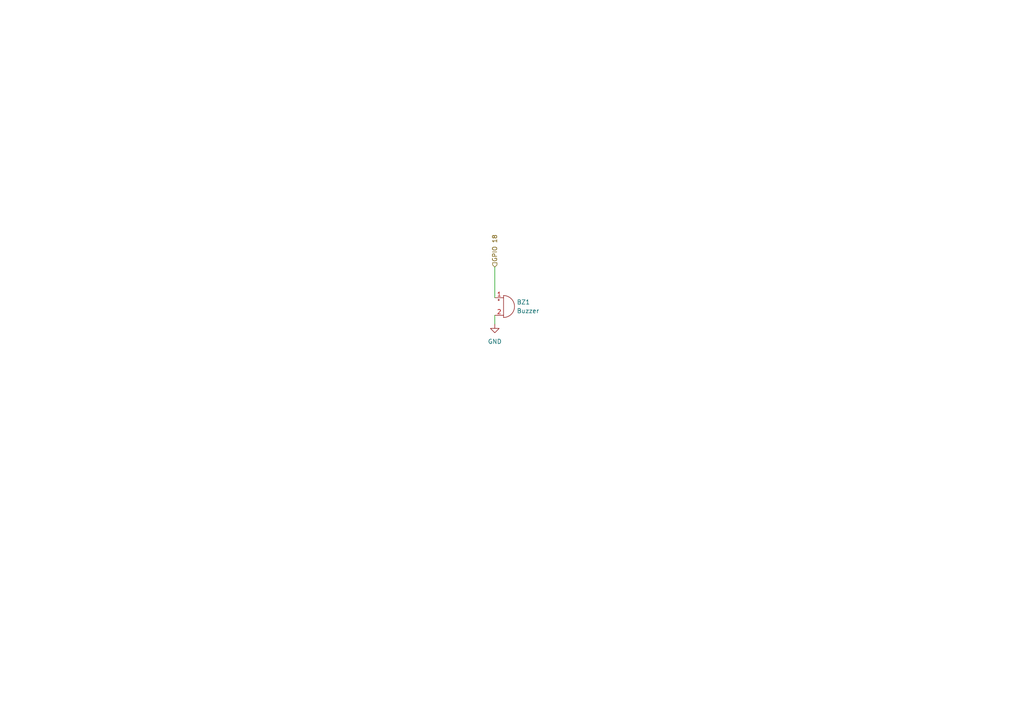
<source format=kicad_sch>
(kicad_sch
	(version 20250114)
	(generator "eeschema")
	(generator_version "9.0")
	(uuid "7db4f59b-2c34-401c-ac1b-51f2fe65f13c")
	(paper "A4")
	(lib_symbols
		(symbol "Device:Buzzer"
			(pin_names
				(offset 0.0254)
				(hide yes)
			)
			(exclude_from_sim no)
			(in_bom yes)
			(on_board yes)
			(property "Reference" "BZ"
				(at 3.81 1.27 0)
				(effects
					(font
						(size 1.27 1.27)
					)
					(justify left)
				)
			)
			(property "Value" "Buzzer"
				(at 3.81 -1.27 0)
				(effects
					(font
						(size 1.27 1.27)
					)
					(justify left)
				)
			)
			(property "Footprint" ""
				(at -0.635 2.54 90)
				(effects
					(font
						(size 1.27 1.27)
					)
					(hide yes)
				)
			)
			(property "Datasheet" "~"
				(at -0.635 2.54 90)
				(effects
					(font
						(size 1.27 1.27)
					)
					(hide yes)
				)
			)
			(property "Description" "Buzzer, polarized"
				(at 0 0 0)
				(effects
					(font
						(size 1.27 1.27)
					)
					(hide yes)
				)
			)
			(property "ki_keywords" "quartz resonator ceramic"
				(at 0 0 0)
				(effects
					(font
						(size 1.27 1.27)
					)
					(hide yes)
				)
			)
			(property "ki_fp_filters" "*Buzzer*"
				(at 0 0 0)
				(effects
					(font
						(size 1.27 1.27)
					)
					(hide yes)
				)
			)
			(symbol "Buzzer_0_1"
				(polyline
					(pts
						(xy -1.651 1.905) (xy -1.143 1.905)
					)
					(stroke
						(width 0)
						(type default)
					)
					(fill
						(type none)
					)
				)
				(polyline
					(pts
						(xy -1.397 2.159) (xy -1.397 1.651)
					)
					(stroke
						(width 0)
						(type default)
					)
					(fill
						(type none)
					)
				)
				(arc
					(start 0 3.175)
					(mid 3.1612 0)
					(end 0 -3.175)
					(stroke
						(width 0)
						(type default)
					)
					(fill
						(type none)
					)
				)
				(polyline
					(pts
						(xy 0 3.175) (xy 0 -3.175)
					)
					(stroke
						(width 0)
						(type default)
					)
					(fill
						(type none)
					)
				)
			)
			(symbol "Buzzer_1_1"
				(pin passive line
					(at -2.54 2.54 0)
					(length 2.54)
					(name "+"
						(effects
							(font
								(size 1.27 1.27)
							)
						)
					)
					(number "1"
						(effects
							(font
								(size 1.27 1.27)
							)
						)
					)
				)
				(pin passive line
					(at -2.54 -2.54 0)
					(length 2.54)
					(name "-"
						(effects
							(font
								(size 1.27 1.27)
							)
						)
					)
					(number "2"
						(effects
							(font
								(size 1.27 1.27)
							)
						)
					)
				)
			)
			(embedded_fonts no)
		)
		(symbol "power:GND"
			(power)
			(pin_numbers
				(hide yes)
			)
			(pin_names
				(offset 0)
				(hide yes)
			)
			(exclude_from_sim no)
			(in_bom yes)
			(on_board yes)
			(property "Reference" "#PWR"
				(at 0 -6.35 0)
				(effects
					(font
						(size 1.27 1.27)
					)
					(hide yes)
				)
			)
			(property "Value" "GND"
				(at 0 -3.81 0)
				(effects
					(font
						(size 1.27 1.27)
					)
				)
			)
			(property "Footprint" ""
				(at 0 0 0)
				(effects
					(font
						(size 1.27 1.27)
					)
					(hide yes)
				)
			)
			(property "Datasheet" ""
				(at 0 0 0)
				(effects
					(font
						(size 1.27 1.27)
					)
					(hide yes)
				)
			)
			(property "Description" "Power symbol creates a global label with name \"GND\" , ground"
				(at 0 0 0)
				(effects
					(font
						(size 1.27 1.27)
					)
					(hide yes)
				)
			)
			(property "ki_keywords" "global power"
				(at 0 0 0)
				(effects
					(font
						(size 1.27 1.27)
					)
					(hide yes)
				)
			)
			(symbol "GND_0_1"
				(polyline
					(pts
						(xy 0 0) (xy 0 -1.27) (xy 1.27 -1.27) (xy 0 -2.54) (xy -1.27 -1.27) (xy 0 -1.27)
					)
					(stroke
						(width 0)
						(type default)
					)
					(fill
						(type none)
					)
				)
			)
			(symbol "GND_1_1"
				(pin power_in line
					(at 0 0 270)
					(length 0)
					(name "~"
						(effects
							(font
								(size 1.27 1.27)
							)
						)
					)
					(number "1"
						(effects
							(font
								(size 1.27 1.27)
							)
						)
					)
				)
			)
			(embedded_fonts no)
		)
	)
	(wire
		(pts
			(xy 143.51 91.44) (xy 143.51 93.98)
		)
		(stroke
			(width 0)
			(type default)
		)
		(uuid "3f037875-7157-4258-a867-0b78eae102e9")
	)
	(wire
		(pts
			(xy 143.51 77.47) (xy 143.51 86.36)
		)
		(stroke
			(width 0)
			(type default)
		)
		(uuid "a6119083-70a3-4f24-8162-f2a1e87e1890")
	)
	(hierarchical_label "GPIO 18"
		(shape input)
		(at 143.51 77.47 90)
		(effects
			(font
				(size 1.27 1.27)
			)
			(justify left)
		)
		(uuid "129d0532-50a2-4ccb-846e-6f3bfb5c9c5f")
	)
	(symbol
		(lib_id "power:GND")
		(at 143.51 93.98 0)
		(unit 1)
		(exclude_from_sim no)
		(in_bom yes)
		(on_board yes)
		(dnp no)
		(fields_autoplaced yes)
		(uuid "a5908a10-6c54-4fab-bcbb-18b84bcc0853")
		(property "Reference" "#PWR014"
			(at 143.51 100.33 0)
			(effects
				(font
					(size 1.27 1.27)
				)
				(hide yes)
			)
		)
		(property "Value" "GND"
			(at 143.51 99.06 0)
			(effects
				(font
					(size 1.27 1.27)
				)
			)
		)
		(property "Footprint" ""
			(at 143.51 93.98 0)
			(effects
				(font
					(size 1.27 1.27)
				)
				(hide yes)
			)
		)
		(property "Datasheet" ""
			(at 143.51 93.98 0)
			(effects
				(font
					(size 1.27 1.27)
				)
				(hide yes)
			)
		)
		(property "Description" "Power symbol creates a global label with name \"GND\" , ground"
			(at 143.51 93.98 0)
			(effects
				(font
					(size 1.27 1.27)
				)
				(hide yes)
			)
		)
		(pin "1"
			(uuid "806cdb16-c845-4308-843c-fc65e9540e69")
		)
		(instances
			(project "Mano"
				(path "/6a2a9fca-79fe-498d-bfd5-926b250faf65/280e6bf0-7e20-4f19-86d2-dbb487803ee9/da6b20a4-13cd-4327-b1bb-7a17b16b1ff1"
					(reference "#PWR014")
					(unit 1)
				)
			)
		)
	)
	(symbol
		(lib_id "Device:Buzzer")
		(at 146.05 88.9 0)
		(unit 1)
		(exclude_from_sim no)
		(in_bom yes)
		(on_board yes)
		(dnp no)
		(fields_autoplaced yes)
		(uuid "cb6af0fe-0351-4495-af02-9c1424a1e535")
		(property "Reference" "BZ1"
			(at 149.86 87.6299 0)
			(effects
				(font
					(size 1.27 1.27)
				)
				(justify left)
			)
		)
		(property "Value" "Buzzer"
			(at 149.86 90.1699 0)
			(effects
				(font
					(size 1.27 1.27)
				)
				(justify left)
			)
		)
		(property "Footprint" "Buzzer_Beeper:Buzzer_12x9.5RM7.6"
			(at 145.415 86.36 90)
			(effects
				(font
					(size 1.27 1.27)
				)
				(hide yes)
			)
		)
		(property "Datasheet" "~"
			(at 145.415 86.36 90)
			(effects
				(font
					(size 1.27 1.27)
				)
				(hide yes)
			)
		)
		(property "Description" "Buzzer, polarized"
			(at 146.05 88.9 0)
			(effects
				(font
					(size 1.27 1.27)
				)
				(hide yes)
			)
		)
		(pin "1"
			(uuid "4f51bdca-14ec-44b8-b255-bf78c79df419")
		)
		(pin "2"
			(uuid "cc3a5f5d-a505-47b9-accd-0b77e60b1e84")
		)
		(instances
			(project ""
				(path "/6a2a9fca-79fe-498d-bfd5-926b250faf65/280e6bf0-7e20-4f19-86d2-dbb487803ee9/da6b20a4-13cd-4327-b1bb-7a17b16b1ff1"
					(reference "BZ1")
					(unit 1)
				)
			)
		)
	)
)

</source>
